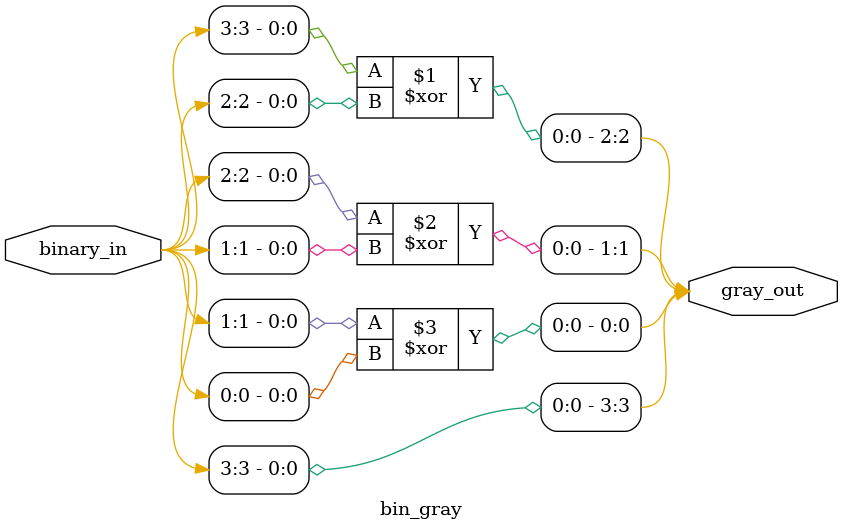
<source format=v>
module bin_gray(binary_in, gray_out);

        input [3:0] binary_in;
        output [3:0]gray_out;
        
        assign gray_out[3] = binary_in[3];
        xor X1(gray_out[2], binary_in[3], binary_in[2]);
        xor X2(gray_out[1], binary_in[2], binary_in[1]);
        xor X3(gray_out[0], binary_in[1], binary_in[0]);
endmodule
</source>
